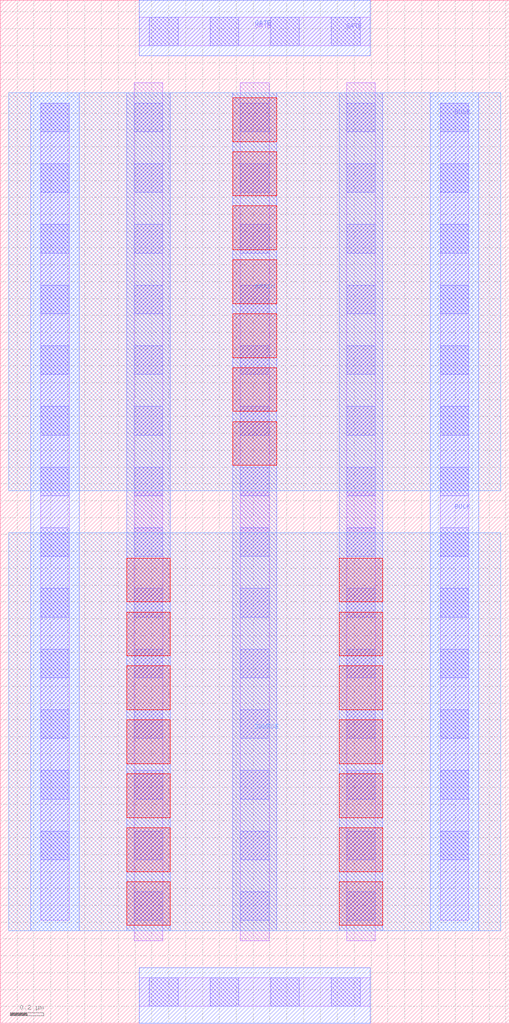
<source format=lef>
# Copyright 2020 The SkyWater PDK Authors
#
# Licensed under the Apache License, Version 2.0 (the "License");
# you may not use this file except in compliance with the License.
# You may obtain a copy of the License at
#
#     https://www.apache.org/licenses/LICENSE-2.0
#
# Unless required by applicable law or agreed to in writing, software
# distributed under the License is distributed on an "AS IS" BASIS,
# WITHOUT WARRANTIES OR CONDITIONS OF ANY KIND, either express or implied.
# See the License for the specific language governing permissions and
# limitations under the License.
#
# SPDX-License-Identifier: Apache-2.0

VERSION 5.7 ;
  NOWIREEXTENSIONATPIN ON ;
  DIVIDERCHAR "/" ;
  BUSBITCHARS "[]" ;
MACRO sky130_fd_pr__rf_pfet_01v8_lvt_aM02W5p00L0p35
  CLASS BLOCK ;
  FOREIGN sky130_fd_pr__rf_pfet_01v8_lvt_aM02W5p00L0p35 ;
  ORIGIN  0.000000  0.000000 ;
  SIZE  3.020000 BY  6.070000 ;
  PIN BULK
    ANTENNADIFFAREA  2.929000 ;
    PORT
      LAYER li1 ;
        RECT 0.240000 0.610000 0.410000 5.460000 ;
        RECT 2.610000 0.610000 2.780000 5.460000 ;
      LAYER mcon ;
        RECT 0.240000 0.970000 0.410000 1.140000 ;
        RECT 0.240000 1.330000 0.410000 1.500000 ;
        RECT 0.240000 1.690000 0.410000 1.860000 ;
        RECT 0.240000 2.050000 0.410000 2.220000 ;
        RECT 0.240000 2.410000 0.410000 2.580000 ;
        RECT 0.240000 2.770000 0.410000 2.940000 ;
        RECT 0.240000 3.130000 0.410000 3.300000 ;
        RECT 0.240000 3.490000 0.410000 3.660000 ;
        RECT 0.240000 3.850000 0.410000 4.020000 ;
        RECT 0.240000 4.210000 0.410000 4.380000 ;
        RECT 0.240000 4.570000 0.410000 4.740000 ;
        RECT 0.240000 4.930000 0.410000 5.100000 ;
        RECT 0.240000 5.290000 0.410000 5.460000 ;
        RECT 2.610000 0.970000 2.780000 1.140000 ;
        RECT 2.610000 1.330000 2.780000 1.500000 ;
        RECT 2.610000 1.690000 2.780000 1.860000 ;
        RECT 2.610000 2.050000 2.780000 2.220000 ;
        RECT 2.610000 2.410000 2.780000 2.580000 ;
        RECT 2.610000 2.770000 2.780000 2.940000 ;
        RECT 2.610000 3.130000 2.780000 3.300000 ;
        RECT 2.610000 3.490000 2.780000 3.660000 ;
        RECT 2.610000 3.850000 2.780000 4.020000 ;
        RECT 2.610000 4.210000 2.780000 4.380000 ;
        RECT 2.610000 4.570000 2.780000 4.740000 ;
        RECT 2.610000 4.930000 2.780000 5.100000 ;
        RECT 2.610000 5.290000 2.780000 5.460000 ;
    END
    PORT
      LAYER met1 ;
        RECT 0.180000 0.550000 0.470000 5.520000 ;
        RECT 2.550000 0.550000 2.840000 5.520000 ;
    END
  END BULK
  PIN DRAIN
    ANTENNADIFFAREA  1.414000 ;
    PORT
      LAYER met2 ;
        RECT 0.050000 3.160000 2.970000 5.520000 ;
    END
  END DRAIN
  PIN GATE
    ANTENNAGATEAREA  3.535000 ;
    PORT
      LAYER li1 ;
        RECT 0.825000 0.100000 2.195000 0.270000 ;
        RECT 0.825000 5.800000 2.195000 5.970000 ;
      LAYER mcon ;
        RECT 0.885000 0.100000 1.055000 0.270000 ;
        RECT 0.885000 5.800000 1.055000 5.970000 ;
        RECT 1.245000 0.100000 1.415000 0.270000 ;
        RECT 1.245000 5.800000 1.415000 5.970000 ;
        RECT 1.605000 0.100000 1.775000 0.270000 ;
        RECT 1.605000 5.800000 1.775000 5.970000 ;
        RECT 1.965000 0.100000 2.135000 0.270000 ;
        RECT 1.965000 5.800000 2.135000 5.970000 ;
    END
    PORT
      LAYER met1 ;
        RECT 0.825000 0.000000 2.195000 0.330000 ;
        RECT 0.825000 5.740000 2.195000 6.070000 ;
    END
  END GATE
  PIN SOURCE
    ANTENNADIFFAREA  2.828000 ;
    PORT
      LAYER met2 ;
        RECT 0.050000 0.550000 2.970000 2.910000 ;
    END
  END SOURCE
  OBS
    LAYER li1 ;
      RECT 0.795000 0.490000 0.965000 5.580000 ;
      RECT 1.425000 0.490000 1.595000 5.580000 ;
      RECT 2.055000 0.490000 2.225000 5.580000 ;
    LAYER mcon ;
      RECT 0.795000 0.610000 0.965000 0.780000 ;
      RECT 0.795000 0.970000 0.965000 1.140000 ;
      RECT 0.795000 1.330000 0.965000 1.500000 ;
      RECT 0.795000 1.690000 0.965000 1.860000 ;
      RECT 0.795000 2.050000 0.965000 2.220000 ;
      RECT 0.795000 2.410000 0.965000 2.580000 ;
      RECT 0.795000 2.770000 0.965000 2.940000 ;
      RECT 0.795000 3.130000 0.965000 3.300000 ;
      RECT 0.795000 3.490000 0.965000 3.660000 ;
      RECT 0.795000 3.850000 0.965000 4.020000 ;
      RECT 0.795000 4.210000 0.965000 4.380000 ;
      RECT 0.795000 4.570000 0.965000 4.740000 ;
      RECT 0.795000 4.930000 0.965000 5.100000 ;
      RECT 0.795000 5.290000 0.965000 5.460000 ;
      RECT 1.425000 0.610000 1.595000 0.780000 ;
      RECT 1.425000 0.970000 1.595000 1.140000 ;
      RECT 1.425000 1.330000 1.595000 1.500000 ;
      RECT 1.425000 1.690000 1.595000 1.860000 ;
      RECT 1.425000 2.050000 1.595000 2.220000 ;
      RECT 1.425000 2.410000 1.595000 2.580000 ;
      RECT 1.425000 2.770000 1.595000 2.940000 ;
      RECT 1.425000 3.130000 1.595000 3.300000 ;
      RECT 1.425000 3.490000 1.595000 3.660000 ;
      RECT 1.425000 3.850000 1.595000 4.020000 ;
      RECT 1.425000 4.210000 1.595000 4.380000 ;
      RECT 1.425000 4.570000 1.595000 4.740000 ;
      RECT 1.425000 4.930000 1.595000 5.100000 ;
      RECT 1.425000 5.290000 1.595000 5.460000 ;
      RECT 2.055000 0.610000 2.225000 0.780000 ;
      RECT 2.055000 0.970000 2.225000 1.140000 ;
      RECT 2.055000 1.330000 2.225000 1.500000 ;
      RECT 2.055000 1.690000 2.225000 1.860000 ;
      RECT 2.055000 2.050000 2.225000 2.220000 ;
      RECT 2.055000 2.410000 2.225000 2.580000 ;
      RECT 2.055000 2.770000 2.225000 2.940000 ;
      RECT 2.055000 3.130000 2.225000 3.300000 ;
      RECT 2.055000 3.490000 2.225000 3.660000 ;
      RECT 2.055000 3.850000 2.225000 4.020000 ;
      RECT 2.055000 4.210000 2.225000 4.380000 ;
      RECT 2.055000 4.570000 2.225000 4.740000 ;
      RECT 2.055000 4.930000 2.225000 5.100000 ;
      RECT 2.055000 5.290000 2.225000 5.460000 ;
    LAYER met1 ;
      RECT 0.750000 0.550000 1.010000 5.520000 ;
      RECT 1.380000 0.550000 1.640000 5.520000 ;
      RECT 2.010000 0.550000 2.270000 5.520000 ;
    LAYER via ;
      RECT 0.750000 0.580000 1.010000 0.840000 ;
      RECT 0.750000 0.900000 1.010000 1.160000 ;
      RECT 0.750000 1.220000 1.010000 1.480000 ;
      RECT 0.750000 1.540000 1.010000 1.800000 ;
      RECT 0.750000 1.860000 1.010000 2.120000 ;
      RECT 0.750000 2.180000 1.010000 2.440000 ;
      RECT 0.750000 2.500000 1.010000 2.760000 ;
      RECT 1.380000 3.310000 1.640000 3.570000 ;
      RECT 1.380000 3.630000 1.640000 3.890000 ;
      RECT 1.380000 3.950000 1.640000 4.210000 ;
      RECT 1.380000 4.270000 1.640000 4.530000 ;
      RECT 1.380000 4.590000 1.640000 4.850000 ;
      RECT 1.380000 4.910000 1.640000 5.170000 ;
      RECT 1.380000 5.230000 1.640000 5.490000 ;
      RECT 2.010000 0.580000 2.270000 0.840000 ;
      RECT 2.010000 0.900000 2.270000 1.160000 ;
      RECT 2.010000 1.220000 2.270000 1.480000 ;
      RECT 2.010000 1.540000 2.270000 1.800000 ;
      RECT 2.010000 1.860000 2.270000 2.120000 ;
      RECT 2.010000 2.180000 2.270000 2.440000 ;
      RECT 2.010000 2.500000 2.270000 2.760000 ;
  END
END sky130_fd_pr__rf_pfet_01v8_lvt_aM02W5p00L0p35
END LIBRARY

</source>
